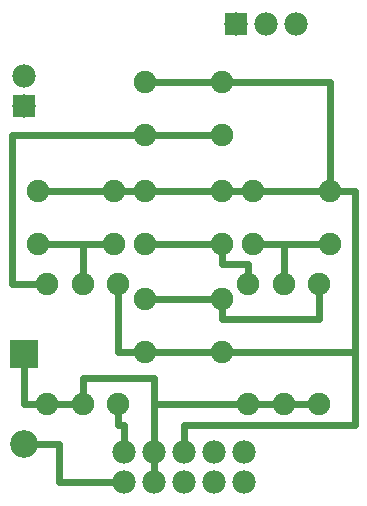
<source format=gtl>
G04 MADE WITH FRITZING*
G04 WWW.FRITZING.ORG*
G04 DOUBLE SIDED*
G04 HOLES PLATED*
G04 CONTOUR ON CENTER OF CONTOUR VECTOR*
%ASAXBY*%
%FSLAX23Y23*%
%MOIN*%
%OFA0B0*%
%SFA1.0B1.0*%
%ADD10C,0.078000*%
%ADD11C,0.075000*%
%ADD12C,0.092000*%
%ADD13R,0.078000X0.078000*%
%ADD14R,0.092000X0.092000*%
%ADD15C,0.024000*%
%LNCOPPER1*%
G90*
G70*
G54D10*
X784Y1614D03*
X884Y1614D03*
X984Y1614D03*
X78Y1339D03*
X78Y1439D03*
X411Y86D03*
X511Y86D03*
X611Y86D03*
X711Y86D03*
X811Y86D03*
X411Y86D03*
X511Y86D03*
X611Y86D03*
X711Y86D03*
X811Y86D03*
X811Y186D03*
X711Y186D03*
X611Y186D03*
X511Y186D03*
X411Y186D03*
G54D11*
X739Y1242D03*
X483Y1242D03*
X739Y1420D03*
X483Y1420D03*
X380Y880D03*
X124Y880D03*
X380Y1057D03*
X124Y1057D03*
X483Y698D03*
X739Y698D03*
X483Y521D03*
X739Y521D03*
X1099Y881D03*
X843Y881D03*
X1099Y1058D03*
X843Y1058D03*
X739Y881D03*
X483Y881D03*
X739Y1058D03*
X483Y1058D03*
X157Y748D03*
X157Y348D03*
X275Y748D03*
X275Y348D03*
X1063Y748D03*
X1063Y348D03*
X945Y748D03*
X945Y348D03*
X826Y748D03*
X826Y348D03*
X393Y748D03*
X393Y348D03*
G54D12*
X78Y512D03*
X78Y212D03*
G54D13*
X784Y1614D03*
X78Y1339D03*
G54D14*
X78Y512D03*
G54D15*
X40Y748D02*
X129Y748D01*
D02*
X40Y1242D02*
X40Y748D01*
D02*
X455Y1242D02*
X40Y1242D01*
D02*
X411Y276D02*
X393Y276D01*
D02*
X393Y276D02*
X393Y319D01*
D02*
X393Y521D02*
X393Y719D01*
D02*
X455Y521D02*
X393Y521D01*
D02*
X411Y216D02*
X411Y276D01*
D02*
X511Y348D02*
X798Y348D01*
D02*
X511Y216D02*
X511Y348D01*
D02*
X916Y348D02*
X855Y348D01*
D02*
X973Y348D02*
X1034Y348D01*
D02*
X511Y433D02*
X275Y433D01*
D02*
X275Y433D02*
X275Y377D01*
D02*
X511Y216D02*
X511Y433D01*
D02*
X186Y348D02*
X247Y348D01*
D02*
X78Y348D02*
X78Y475D01*
D02*
X129Y348D02*
X78Y348D01*
D02*
X275Y880D02*
X275Y777D01*
D02*
X351Y880D02*
X275Y880D01*
D02*
X381Y86D02*
X196Y86D01*
D02*
X196Y86D02*
X196Y212D01*
D02*
X196Y212D02*
X116Y212D01*
D02*
X511Y156D02*
X511Y116D01*
D02*
X945Y881D02*
X1070Y881D01*
D02*
X945Y777D02*
X945Y881D01*
D02*
X611Y276D02*
X611Y216D01*
D02*
X1181Y276D02*
X611Y276D01*
D02*
X1181Y1058D02*
X1181Y276D01*
D02*
X1127Y1058D02*
X1181Y1058D01*
D02*
X739Y852D02*
X739Y815D01*
D02*
X739Y815D02*
X826Y815D01*
D02*
X826Y815D02*
X826Y777D01*
D02*
X1070Y1058D02*
X872Y1058D01*
D02*
X814Y1058D02*
X768Y1058D01*
D02*
X711Y1058D02*
X512Y1058D01*
D02*
X455Y1058D02*
X408Y1058D01*
D02*
X512Y521D02*
X711Y521D01*
D02*
X1099Y1420D02*
X768Y1420D01*
D02*
X1099Y1087D02*
X1099Y1420D01*
D02*
X711Y1420D02*
X512Y1420D01*
D02*
X512Y1242D02*
X711Y1242D01*
D02*
X512Y698D02*
X711Y698D01*
D02*
X351Y1057D02*
X152Y1057D01*
D02*
X152Y880D02*
X351Y880D01*
D02*
X1070Y881D02*
X872Y881D01*
D02*
X739Y629D02*
X739Y669D01*
D02*
X1063Y629D02*
X739Y629D01*
D02*
X1063Y719D02*
X1063Y629D01*
D02*
X711Y881D02*
X512Y881D01*
D02*
X611Y276D02*
X611Y216D01*
D02*
X1181Y276D02*
X611Y276D01*
D02*
X1181Y521D02*
X1181Y276D01*
D02*
X768Y521D02*
X1181Y521D01*
G04 End of Copper1*
M02*
</source>
